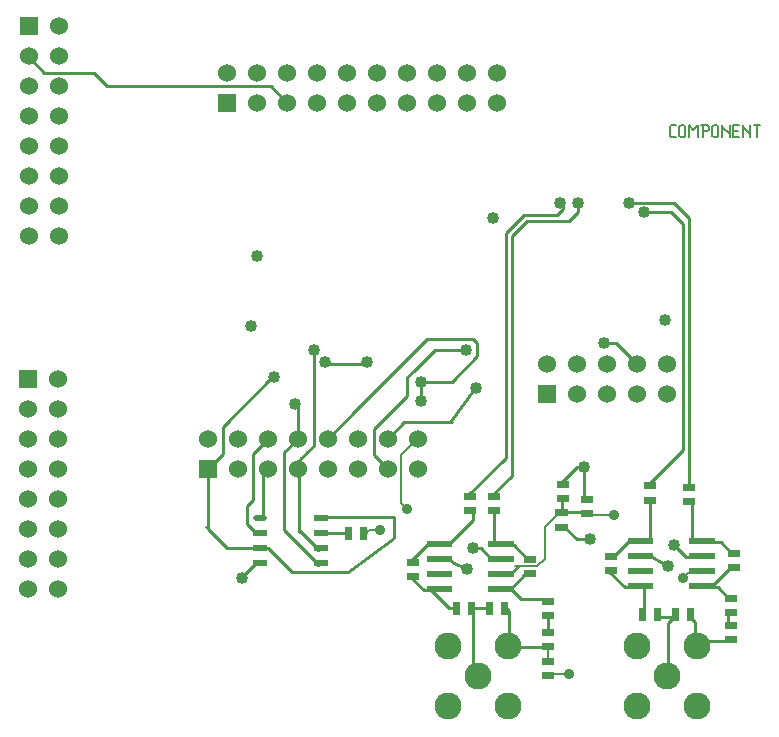
<source format=gbr>
G04 Title: RX Daughterboard, layergroup #2 *
G04 Creator: pcb-bin 1.99q *
G04 CreationDate: Thu Mar  2 20:16:18 2006 UTC *
G04 For: matt *
G04 Format: Gerber/RS-274X *
G04 PCB-Dimensions: 275000 250000 *
G04 PCB-Coordinate-Origin: lower left *
%MOIN*%
%FSLAX24Y24*%
G04 contains layers component (3) *
%IPPOS*%
%ADD11C,0.0080*%
%ADD12C,0.0280*%
%ADD13C,0.0100*%
%ADD14C,0.0300*%
%ADD15R,0.0240X0.0240*%
%ADD16R,0.0440X0.0440*%
%ADD17R,0.0300X0.0300*%
%ADD18C,0.0060*%
%ADD19R,0.0200X0.0200*%
%ADD20R,0.0540X0.0540*%
%ADD21C,0.0200*%
%ADD22C,0.0500*%
%ADD23R,0.0500X0.0500*%
%ADD24R,0.0600X0.0600*%
%ADD25R,0.0660X0.0660*%
%ADD26R,0.0900X0.0900X0.0600X0.0600*%
%ADD27R,0.0900X0.0900*%
%ADD28C,0.0600*%
%ADD29C,0.0660*%
%AMTHERM1*7,0,0,0.0900,0.0600,0.0100,45*%
%ADD30THERM1*%
%ADD31C,0.0900X0.0600*%
%ADD32C,0.0900*%
%ADD33C,0.1200X0.0900*%
%ADD34C,0.1200*%
%ADD35C,0.0150*%
%AMTHERM2*7,0,0,0.1200,0.0900,0.0150,45*%
%ADD36THERM2*%
%ADD37C,0.0720*%
%ADD38C,0.0920X0.0720*%
%ADD39C,0.0920*%
%ADD40C,0.0240*%
%ADD41C,0.0340*%
%ADD42C,0.1320*%
%ADD43C,0.1100*%
%ADD44C,0.1520*%
%ADD45C,0.1520X0.1320*%
%ADD46C,0.0400*%
%ADD47C,0.0600X0.0400*%
%AMTHERM3*7,0,0,0.0600,0.0400,0.0100,45*%
%ADD48THERM3*%
%ADD49C,0.0360*%
%ADD50C,0.0560*%
%ADD51C,0.0560X0.0360*%
%AMTHERM4*7,0,0,0.0560,0.0360,0.0080,45*%
%ADD52THERM4*%
%LNGROUP_1*%
%LPD*%
G01X0Y0D02*
G54D11*X18350Y1900D02*X19100D01*
X18310Y1860D02*X18350Y1900D01*
X18400Y2430D02*Y2800D01*
X18310Y2340D02*X18400Y2430D01*
X13500Y9200D02*X14000Y9700D01*
X13500Y7600D02*Y9200D01*
X13700Y7400D02*X13500Y7600D01*
X12430Y6700D02*X12800D01*
X12240Y6510D02*X12430Y6700D01*
G54D13*X12240Y6690D02*X12330Y6600D01*
X8200Y5140D02*Y5100D01*
X8660Y5600D02*X8200Y5140D01*
G54D11*X23100Y5300D02*X23300D01*
X22900Y5100D02*X23100Y5300D01*
X19850Y7200D02*X20600D01*
X19790Y7260D02*X19850Y7200D01*
X18045Y5500D02*X17300D01*
X18300Y5754D02*X18045Y5500D01*
X18300Y6830D02*Y5754D01*
X18760Y7290D02*X18300Y6830D01*
G54D13*X17150Y5250D02*X17400Y5500D01*
X19350Y6400D02*X19700D01*
X18940Y6810D02*X19350Y6400D01*
X23000Y5800D02*X23400D01*
X22600Y6200D02*X23000Y5800D01*
X16150Y6100D02*X15900D01*
X16500Y5750D02*X16150Y6100D01*
X18860Y7300D02*X19800D01*
X18850Y7290D02*X18860Y7300D01*
X18850Y7720D02*Y7290D01*
X18810Y7760D02*X18850Y7720D01*
X15250Y5600D02*X15700Y5400D01*
X15100Y5750D02*X15250Y5600D01*
X21850Y5800D02*X22400Y5500D01*
X21800Y5850D02*X21850Y5800D01*
X19370Y8800D02*X19500D01*
X18810Y8240D02*X19370Y8800D01*
X19600Y7750D02*Y8800D01*
X19610Y7740D02*X19600Y7750D01*
X23200Y6350D02*Y7700D01*
X21800Y6350D02*Y7710D01*
X16600Y6350D02*Y7360D01*
X16500Y6250D02*X16600Y6350D01*
X15900Y7050D02*Y7300D01*
X15100Y6250D02*X15900Y7050D01*
X22500Y17300D02*X21600D01*
X22900Y16900D02*X22500Y17300D01*
X22900Y9380D02*Y16900D01*
X21710Y8190D02*X22900Y9380D01*
X22600Y17600D02*X21100D01*
X23100Y17100D02*X22600Y17600D01*
X23100Y8230D02*Y17100D01*
X23010Y8140D02*X23100Y8230D01*
X18900Y17400D02*Y17500D01*
X18700Y17200D02*X18900Y17400D01*
X17600Y17200D02*X18700D01*
X17000Y16600D02*X17600Y17200D01*
X17000Y9130D02*Y16600D01*
X15710Y7840D02*X17000Y9130D01*
X19400Y17300D02*Y17600D01*
X19100Y17000D02*X19400Y17300D01*
X17700Y17000D02*X19100D01*
X17200Y16500D02*X17700Y17000D01*
X17200Y8530D02*Y16500D01*
X16510Y7840D02*X17200Y8530D01*
X24150Y6300D02*X23600D01*
X24510Y5940D02*X24150Y6300D01*
X21050D02*X21300D01*
X20590Y5840D02*X21050Y6300D01*
X20970Y4800D02*X21200D01*
X20410Y5360D02*X20970Y4800D01*
X21600Y4030D02*Y4800D01*
X21560Y3990D02*X21600Y4030D01*
X24460Y5460D02*X24600D01*
X23850Y4850D02*X24460Y5460D01*
X24050Y4800D02*X23600D01*
X24410Y4440D02*X24050Y4800D01*
X24400Y3550D02*Y3900D01*
X24410Y3540D02*X24400Y3550D01*
X23300Y3000D02*X24500D01*
X23300Y3650D02*Y3000D01*
X23140Y3810D02*X23300Y3650D01*
X22400Y3600D02*Y2000D01*
X22600Y3800D02*X22400Y3600D01*
X22050Y3800D02*X22600D01*
X22040Y3810D02*X22050Y3800D01*
X17250Y6200D02*X17100D01*
X17710Y5740D02*X17250Y6200D01*
X17500Y4400D02*X18400D01*
X17150Y4750D02*X17500Y4400D01*
X17600Y5200D02*X17900D01*
X17150Y4750D02*X17600Y5200D01*
X15100Y4100D02*X15360D01*
X14450Y4750D02*X15100Y4100D01*
X14270Y4700D02*X14600D01*
X13810Y5160D02*X14270Y4700D01*
X14470Y6300D02*X14500D01*
X13810Y5640D02*X14470Y6300D01*
X18400Y3390D02*Y3860D01*
X18310Y3300D02*X18400Y3390D01*
X17100Y4030D02*Y2900D01*
X16940Y4190D02*X17100Y4030D01*
X15930Y4100D02*X16460D01*
X15840Y4190D02*X15930Y4100D01*
X15900Y2000D02*Y4100D01*
X16050Y1850D02*X15900Y2000D01*
X17100Y2800D02*X18300D01*
X17050Y2850D02*X17100Y2800D01*
X10050Y9700D02*Y10900D01*
X13050Y9750D02*X13610Y10310D01*
X14499D02*X14500Y10310D01*
X7550Y9250D02*Y10150D01*
X7700Y6100D02*X8700D01*
X7050Y8750D02*X7550Y9250D01*
X9200Y11800D02*X9250D01*
X7050Y6750D02*X7700Y6100D01*
X12600Y10080D02*Y9200D01*
Y10080D02*X13030Y10510D01*
X13710Y11801D02*Y11190D01*
Y11801D02*X13919Y12010D01*
X10980Y7100D02*X11030Y7150D01*
X14499Y12590D02*X14639Y12730D01*
X15679D02*X15679Y12730D01*
X15679D01*
X9700Y20950D02*X9150Y21500D01*
X11050Y9750D02*X12010Y10710D01*
X9150Y21500D02*X3700D01*
X12605Y11305D02*X14380Y13080D01*
X16029Y12500D02*Y12960D01*
X14149Y11660D02*X15189D01*
X14149D02*Y11009D01*
X10600Y12700D02*Y9519D01*
X3700Y21500D02*X3250Y21950D01*
X10380Y9300D02*X10349Y9269D01*
X3250Y21950D02*X1600D01*
X10050Y8750D02*Y8969D01*
X9600Y6700D02*X9650Y6650D01*
X9600Y9300D02*Y6700D01*
X10050Y9750D02*X9600Y9300D01*
X10100Y8700D02*Y6650D01*
X10050Y8750D02*X10100Y8700D01*
X8900Y8600D02*Y7100D01*
X9050Y8750D02*X8900Y8600D01*
X8350Y7500D02*Y6900D01*
X8550Y7700D02*X8350Y7500D01*
X8550Y9250D02*Y7700D01*
X9050Y9750D02*X8550Y9250D01*
X13710Y11190D02*X13030Y10510D01*
X8950Y7150D02*X8900Y7100D01*
X8350Y6900D02*X8650Y6600D01*
X10050Y9700D02*Y9750D01*
X10100Y6700D02*X10750Y6050D01*
X11650Y6600D02*X11700Y6550D01*
X10980Y6600D02*X11650D01*
X9600Y6700D02*X10750Y5550D01*
X13919Y12010D03*
X11050Y9750D03*
X11760Y6550D02*X11700D01*
X14499Y12590D03*
X10180Y9100D02*X10349Y9269D01*
X15200Y10310D02*X14500D01*
X10050Y9750D02*Y10000D01*
Y9750D02*Y10000D01*
X13030Y10510D03*
X10380Y9300D02*X10600Y9519D01*
X16050Y1850D02*Y1800D01*
X14380Y13080D02*X15909D01*
X7550Y10150D02*X9200Y11800D01*
X10349Y9269D03*
X11727Y5314D02*X9850Y5300D01*
X12605Y11305D03*
X1600Y21950D02*X1150Y22400D01*
X13610Y10310D02*X14499D01*
X15189Y11660D02*X16029Y12500D01*
X10750Y6100D02*X10700Y6050D01*
X13050Y8750D03*
X7050D02*Y6750D01*
X13263Y7150D02*X13277Y6464D01*
X14499Y12590D02*X13919Y12010D01*
X16029Y12960D02*X15909Y13080D01*
X12240Y6690D02*X12250Y6680D01*
X10050Y8969D02*X10180Y9100D01*
X10380Y9300D03*
X12600Y9200D02*X13050Y8750D01*
X12010Y10710D03*
X9850Y5300D02*X9050Y6100D01*
X10180Y9100D03*
X11030Y7150D02*X12300D01*
X13263Y7150D01*
X13050Y9750D03*
X7000Y6800D02*X7050D01*
X20250Y12950D02*X20650D01*
X13277Y6464D02*X11727Y5314D01*
X15140Y10310D02*X15950Y11450D01*
X8940Y7100D02*Y7150D01*
X10950Y12250D02*X12400D01*
X10900Y12300D02*X11000Y12250D01*
X9050Y6100D02*X8750D01*
X14639Y12730D02*X15679D01*
X12605Y11305D02*X12010Y10710D01*
X10700Y5600D02*Y5550D01*
X20650Y12950D02*X21350Y12250D01*
G04 Text: COMPONENT *
G54D11*X22500Y19800D02*X22650D01*
X22450Y19850D02*X22500Y19800D01*
X22450Y20150D02*Y19850D01*
Y20150D02*X22500Y20200D01*
X22650D01*
X22770Y20150D02*Y19850D01*
Y20150D02*X22820Y20200D01*
X22920D01*
X22970Y20150D01*
Y19850D01*
X22920Y19800D02*X22970Y19850D01*
X22820Y19800D02*X22920D01*
X22770Y19850D02*X22820Y19800D01*
X23090Y20200D02*Y19800D01*
Y20200D02*X23240Y20050D01*
X23390Y20200D01*
Y19800D01*
X23560Y20200D02*Y19800D01*
X23510Y20200D02*X23710D01*
X23760Y20150D01*
Y20050D01*
X23710Y20000D02*X23760Y20050D01*
X23560Y20000D02*X23710D01*
X23880Y20150D02*Y19850D01*
Y20150D02*X23930Y20200D01*
X24030D01*
X24080Y20150D01*
Y19850D01*
X24030Y19800D02*X24080Y19850D01*
X23930Y19800D02*X24030D01*
X23880Y19850D02*X23930Y19800D01*
X24200Y20200D02*Y19800D01*
Y20200D02*Y20150D01*
X24450Y19900D01*
Y20200D02*Y19800D01*
X24570Y20000D02*X24720D01*
X24570Y19800D02*X24770D01*
X24570Y20200D02*Y19800D01*
Y20200D02*X24770D01*
X24890D02*Y19800D01*
Y20200D02*Y20150D01*
X25140Y19900D01*
Y20200D02*Y19800D01*
X25260Y20200D02*X25460D01*
X25360D02*Y19800D01*
G54D24*X1100Y23500D03*
G54D28*X2100D03*
X1100Y22500D03*
X2100D03*
X1100Y21500D03*
X2100D03*
X1100Y20500D03*
X2100D03*
X1100Y19500D03*
X2100D03*
X1100Y18500D03*
X2100D03*
X1100Y17500D03*
X2100D03*
X1100Y16500D03*
X2100D03*
G54D24*X1050Y11750D03*
G54D28*X2050D03*
X1050Y10750D03*
X2050D03*
X1050Y9750D03*
X2050D03*
X1050Y8750D03*
X2050D03*
X1050Y7750D03*
X2050D03*
X1050Y6750D03*
X2050D03*
X1050Y5750D03*
X2050D03*
X1050Y4750D03*
X2050D03*
G54D24*X7050Y8750D03*
G54D28*Y9750D03*
X8050Y8750D03*
Y9750D03*
X9050Y8750D03*
Y9750D03*
X10050Y8750D03*
Y9750D03*
X11050Y8750D03*
Y9750D03*
X12050Y8750D03*
Y9750D03*
X13050Y8750D03*
Y9750D03*
X14050Y8750D03*
Y9750D03*
G54D32*X22350Y1850D03*
X21350Y2850D03*
X23350D03*
X21350Y850D03*
X23350D03*
X16050Y1850D03*
X15050Y2850D03*
X17050D03*
X15050Y850D03*
X17050D03*
G54D24*X18350Y11250D03*
G54D28*Y12250D03*
X19350Y11250D03*
Y12250D03*
X20350Y11250D03*
Y12250D03*
X21350Y11250D03*
Y12250D03*
X22350Y11250D03*
Y12250D03*
G54D24*X7700Y20950D03*
G54D28*Y21950D03*
X8700Y20950D03*
Y21950D03*
X9700Y20950D03*
Y21950D03*
X10700Y20950D03*
Y21950D03*
X11700Y20950D03*
Y21950D03*
X12700Y20950D03*
Y21950D03*
X13700Y20950D03*
Y21950D03*
X14700Y20950D03*
Y21950D03*
X15700Y20950D03*
Y21950D03*
X16700Y20950D03*
Y21950D03*
G54D46*X9250Y11800D03*
X8200Y5100D03*
X22300Y13700D03*
X14149Y11660D03*
X8500Y13500D03*
X20250Y12950D03*
X10600Y12700D03*
X14149Y11009D03*
X16550Y17100D03*
X15679Y12730D03*
X15990Y11460D03*
X12350Y12300D03*
X9950Y10900D03*
X10950Y12300D03*
X8700Y15850D03*
X18800Y17600D03*
X19400D03*
X21100D03*
X21600Y17300D03*
X19600Y8800D03*
X22400Y5500D03*
X15700Y5400D03*
X15900Y6100D03*
X22600Y6200D03*
X19800Y6400D03*
G54D49*X20600Y7200D03*
X22900Y5100D03*
X12800Y6700D03*
X13700Y7400D03*
X19100Y1900D03*
G54D15*X18310Y1860D02*X18490D01*
X18310Y2340D02*X18490D01*
X18310Y2820D02*X18490D01*
X18310Y3300D02*X18490D01*
G54D19*X16500Y4750D02*X17150D01*
X16500Y5250D02*X17150D01*
X16500Y5750D02*X17150D01*
X16500Y6250D02*X17150D01*
X14450D02*X15100D01*
X14450Y5750D02*X15100D01*
X14450Y5250D02*X15100D01*
X14450Y4750D02*X15100D01*
G54D15*X17710Y5260D02*X17890D01*
X17710Y5740D02*X17890D01*
X13810Y5160D02*X13990D01*
X13810Y5640D02*X13990D01*
X18310Y3860D02*X18490D01*
X18310Y4340D02*X18490D01*
X20410Y5360D02*X20590D01*
X20410Y5840D02*X20590D01*
X22040Y3990D02*Y3810D01*
X21560Y3990D02*Y3810D01*
G54D19*X23200Y4850D02*X23850D01*
X23200Y5350D02*X23850D01*
X23200Y5850D02*X23850D01*
X23200Y6350D02*X23850D01*
X21150D02*X21800D01*
X21150Y5850D02*X21800D01*
X21150Y5350D02*X21800D01*
X21150Y4850D02*X21800D01*
G54D21*X8660Y7100D02*X8940D01*
G54D19*X8660Y6600D02*X8940D01*
X8660Y6100D02*X8940D01*
X8660Y5600D02*X8940D01*
X10700D02*X10980D01*
X10700Y6100D02*X10980D01*
X10700Y6600D02*X10980D01*
X10700Y7100D02*X10980D01*
G54D15*X24510Y5460D02*X24690D01*
X24510Y5940D02*X24690D01*
X24410Y3960D02*X24590D01*
X24410Y4440D02*X24590D01*
X15840Y4190D02*Y4010D01*
X15360Y4190D02*Y4010D01*
X12240Y6690D02*Y6510D01*
X11760Y6690D02*Y6510D01*
X15710Y7360D02*X15890D01*
X15710Y7840D02*X15890D01*
X18810Y7760D02*X18990D01*
X18810Y8240D02*X18990D01*
X18760Y6810D02*X18940D01*
X18760Y7290D02*X18940D01*
X19610Y7260D02*X19790D01*
X19610Y7740D02*X19790D01*
X22660Y3990D02*Y3810D01*
X23140Y3990D02*Y3810D01*
X23010Y7660D02*X23190D01*
X23010Y8140D02*X23190D01*
X16510Y7360D02*X16690D01*
X16510Y7840D02*X16690D01*
X21710Y7710D02*X21890D01*
X21710Y8190D02*X21890D01*
X24410Y3060D02*X24590D01*
X24410Y3540D02*X24590D01*
X16460Y4190D02*Y4010D01*
X16940Y4190D02*Y4010D01*
M02*

</source>
